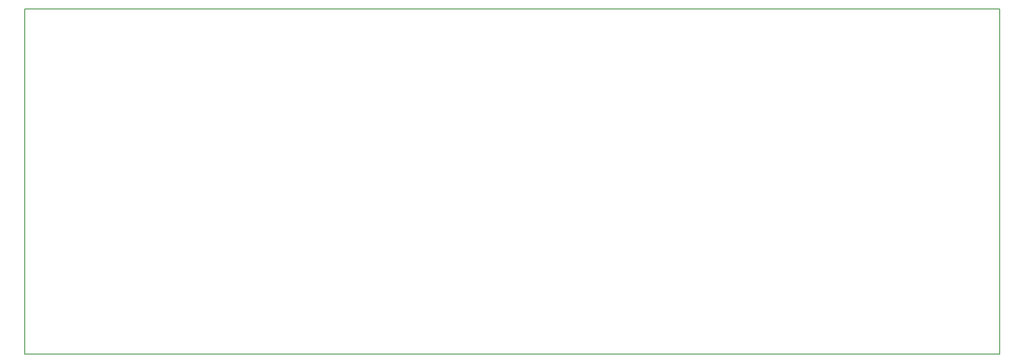
<source format=gbr>
G04 (created by PCBNEW (2013-may-18)-stable) date Tue 18 Mar 2014 20:31:26 GMT*
%MOIN*%
G04 Gerber Fmt 3.4, Leading zero omitted, Abs format*
%FSLAX34Y34*%
G01*
G70*
G90*
G04 APERTURE LIST*
%ADD10C,0.00590551*%
G04 APERTURE END LIST*
G54D10*
X127559Y-59500D02*
X127559Y-86500D01*
X51377Y-59500D02*
X127559Y-59500D01*
X51377Y-86500D02*
X127559Y-86500D01*
X51377Y-59500D02*
X51377Y-86500D01*
M02*

</source>
